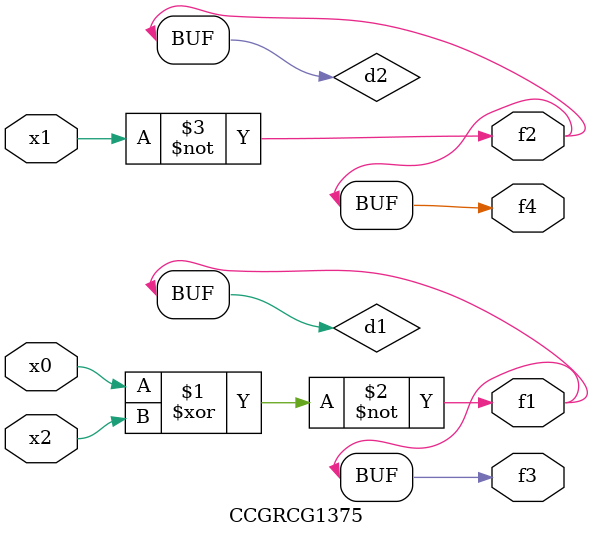
<source format=v>
module CCGRCG1375(
	input x0, x1, x2,
	output f1, f2, f3, f4
);

	wire d1, d2, d3;

	xnor (d1, x0, x2);
	nand (d2, x1);
	nor (d3, x1, x2);
	assign f1 = d1;
	assign f2 = d2;
	assign f3 = d1;
	assign f4 = d2;
endmodule

</source>
